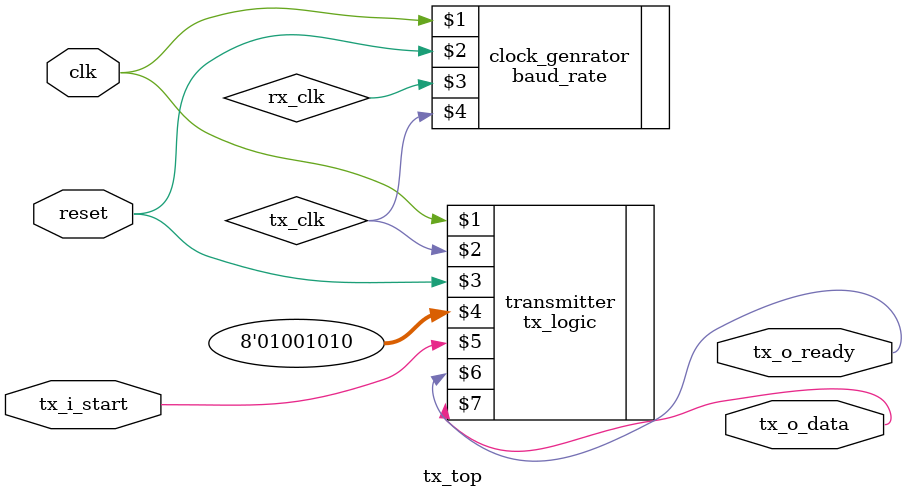
<source format=sv>
`timescale 1ns / 1ps


// topp module for UART transmisiion 

/* instantiation of tx_logic.sv ,, baud_rate.sh */ 

//------------------------------------------------------------------------------------------------------------------------------------------
module tx_top #(parameter PARITY_MODE = 00 , // parameter to chosse ending bit 
    parameter STOP_MODE = 01 ,    // parameter to choose stoop bitss 
    parameter SYSTEM_CLK = 125000000, // clock for the fpga or design
    parameter BAUD_RATE  = 9600,  // deseired baud rate for communication 
    parameter OVERSAMPLE_RATE = 8
    ) ( 
        input logic clk ,
      
     
        input logic reset, // reset the sytem when high 

      //  input logic [7:0] tx_i_data, // input paralle data converts input paralla data to send it serially 

        input logic       tx_i_start, // signal to start the transmsision 

        output logic tx_o_ready, // output ready to say the system i sready to transmit 

        output logic tx_o_data // sending data over teh UART  
        );


    // internal signals 

    logic tx_clk; // tx_baudclock from baud rate  grnrator 
    logic rx_clk;
// Instantiation of baud rate genrator 

    baud_rate #( 
    SYSTEM_CLK, // clock for the fpga or design
    BAUD_RATE  ,// deseired baud rate for communication 
    OVERSAMPLE_RATE // oversampling scemhme 
    )  clock_genrator
    ( clk , // system clock input  should be wire in case of verilog 
        reset, // active high reset asserted on 1
        rx_clk, // reciver clock 1/over_sample times the tx_clk should be reg
        tx_clk // trasmitter clock  // reg
    ); 

// INstantiation of transmittior 
    tx_logic #(
        PARITY_MODE , // parameter to chosse ending bit 
        STOP_MODE      // parameter to choose stoop bitss 
    )  
    transmitter 
        (   clk ,
         tx_clk, // tx_baudclock from baud rate  grnrator  
     
        reset, // reset the sytem when high 

        8'h4a , // input paralle data converts input paralla data to send it serially 

        tx_i_start, // signal to start the transmsision 

        tx_o_ready, // output ready to say the system i sready to transmit 
        
        tx_o_data // sending data over teh UART  
        );
    
    
endmodule
</source>
